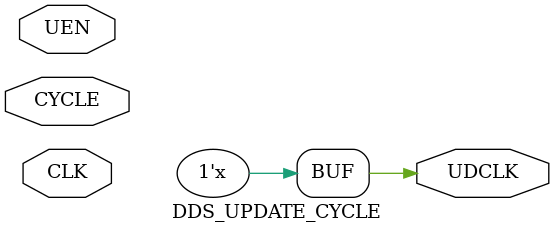
<source format=v>
module DDS_CONFIG(CEN,CLK,F1H,F1L,F2H,F2L,MODE,DFW,RAMPRATE,AOUT,DOUT,READY,RESET,WRITE);
	//控制信号
	input		CEN;
	input 	CLK; 
	
	//传入参数
	input    [15:0]F1H;
	input    [31:0]F1L;
	input    [15:0]F2H;
	input    [31:0]F2L;
	input 	[2:0]MODE; 
	input 	[47:0]DFW;
	input		[19:0]RAMPRATE;
	
	//输出信号
	output   WRITE;
	output	[4:0]AOUT;
	output	[7:0]DOUT;	
	output   RESET;
	output	READY;
	
	reg		READY;
	reg		COUNTEREN;
	reg 		RESET;
	reg		[15:0]FTW1H;
	reg		[31:0]FTW1L;
	reg		[15:0]FTW2H;
	reg		[31:0]FTW2L;
	reg      [7:0]DOUT;
	reg      [4:0]AOUT;
	reg		[6:0]STEP;
	reg		WREN;
	reg		WRITE;
	
	always @(posedge CLK)
	begin
	  if((CEN==1&&COUNTEREN==1)||(CEN==0&&COUNTEREN==1))
	  begin
		case(STEP)
		0:
			begin
				READY=0;
				COUNTEREN=1'b1;
				WRITE=0;										//初始化并口写入信号
				//FSKDATA=0;									//初始化频移信号
				WREN=1;										//启动并口写入信号刷新
				//UDCLK=0;									//初始化更新时钟
				FTW1H=F1H;									//获取频率控制字1高16位
				FTW1L=F1L;									//获取频率控制字1低32位
				if(MODE!=3'B000)							//如果为扫频模式
				begin
				FTW2H=F2H;									//获取频率控制字2高16位
				FTW2L=F2L;									//获取频率控制字2低32位				
				end
				RESET=1'b1;									//启动初始化重启信号
			end
		1:
			begin
				RESET=0;										//结束初始化重启信号
				AOUT=5'H1F;		
				DOUT={1'b0,MODE,1'b0,1'b0,1'b0,1'b0};//设置模式=外部时钟更新,设置模式,非三角波输出
			end
		4:
			begin
				AOUT=5'H09;		
				DOUT=FTW1L[7:0];							//频率控制字1低位-0~7位	
			end
		7:
			begin
				AOUT=5'H08;		
				DOUT=FTW1L[15:8];							//频率控制字1低位-8~15位				
			end
		10:
			begin
				AOUT=5'H07;		
				DOUT=FTW1L[23:16];  						//频率控制字1低位-16~23位								
			end
		13:
			begin
				AOUT=5'H06;		
				DOUT=FTW1L[31:24];  						//频率控制字1低位-24~31位					
			end
		16:
			begin
				AOUT=5'H05;		
				DOUT=FTW1H[7:0];  						//频率控制字1高位-32~39位								
			end
		19:
			begin
				AOUT=5'H04;		
				DOUT=FTW1H[15:8];  						//频率控制字1高位-40~47位		
			end
		21:
			begin
				if(MODE!=3'B000)							//如果为扫频模式
				begin
				AOUT=5'H0F;		
				DOUT=FTW2L[7:0];							//频率控制字2低位-0~7位
				end	
			else
				begin
				//UDCLK=1;									//否则启动更新时钟
				AOUT=0;
				DOUT=0;
				COUNTEREN=0;
				WREN=0;										//禁止并口写入信号
				end
			end
		24:
			begin
				if(MODE!=3'B000)
				begin
				AOUT=5'H0E;		
				DOUT=FTW2L[15:8];							//频率控制字2低位-8~15位
				end
			end
		27:
			begin
				if(MODE!=3'B000)
				begin
				AOUT=5'H0D;		
				DOUT=FTW2L[23:16];  						//频率控制字2低位-16~23位
				end
			end
		30:
			begin
				if(MODE!=3'B000)
				begin
				AOUT=5'H0C;		
				DOUT=FTW2L[31:24];  						//频率控制字2低位-24~31位
				end
			end
		33:
			begin
				if(MODE!=3'B000)
				begin
				AOUT=5'H0B;		
				DOUT=FTW2H[7:0];  						//频率控制字2高位-32~39位								
				end
			end
		36:
			begin
				if(MODE!=3'B000)
				begin
				AOUT=5'H0A;		
				DOUT=FTW2H[15:8];  						//频率控制字2低位-40~47位
				end
			end
		39:
			begin
			case(MODE)
			3'b001:											//非连续扫频
				begin
				READY=1;									//启动更新时钟
				WREN=0;										//否则禁止并口写入信号	
				end
			3'b010:											//连续扫频模式
				begin
				AOUT=5'H15;		
				DOUT=DFW[7:0];								//阶越扫频模式-阶越大小控制字
				end
			3'b011:
				begin
				end
			endcase
			end
		42:
			begin
			case(MODE)
			3'b010:
				begin
				AOUT=5'H14;		
				DOUT=DFW[15:8];							//阶越扫频模式-阶越大小控制字
				end
			3'b011:
				begin
				end
			endcase
			end
		45:
			begin
			case(MODE)
			3'b010:
				begin
				AOUT=5'H13;		
				DOUT=DFW[23:16];							//阶越扫频模式-阶越大小控制字
				end
			3'b011:
				begin
				end
			endcase
			end
		48:
			begin
			case(MODE)
			3'b010:
				begin
				AOUT=5'H12;		
				DOUT=DFW[31:24];							//阶越扫频模式-阶越大小控制字
				end
			3'b011:
				begin
				end
			endcase
			end
		51:
			begin
			case(MODE)
			3'b010:
				begin
				AOUT=5'H11;		
				DOUT=DFW[39:32];							//阶越扫频模式-阶越大小控制字
				end
			3'b011:
				begin
				end
			endcase
			end
		54:
			begin
			case(MODE)
			3'b010:
				begin
				AOUT=5'H10;		
				DOUT=DFW[47:40];							//阶越扫频模式-阶越大小控制字
				end
			3'b011:
				begin
				end
			endcase
			end
		57:
			begin
			case(MODE)
			3'b010:
				begin
				AOUT=5'H1C;		
				DOUT=RAMPRATE[7:0];						//阶越扫频模式-阶越频率
				end
			3'b011:
				begin
				end
			endcase
			end
		60:
			begin
			case(MODE)
			3'b010:
				begin
				AOUT=5'H1B;		
				DOUT=RAMPRATE[15:8];						//阶越扫频模式-阶越频率
				end
			3'b011:
				begin
				end
			endcase
			end
		63:
			begin
			case(MODE)
			3'b010:
				begin
				AOUT=5'H1A;		
				DOUT=RAMPRATE[19:16];					//阶越扫频模式-阶越频率
				end
			3'b011:
				begin
				end			
			endcase
			end
		66:
			begin
			READY=1;
			end
		default:
			begin
			if(WREN==1)
			WRITE=~WRITE;									//跳变并口写入信号,进行数据刷新
			else
			WRITE=0;
			end
		endcase
		if((COUNTEREN==1&&CEN==1)||(COUNTEREN==1&&CEN==0))
			begin
			STEP=STEP+1'b1;
		   end
		else
			begin
			COUNTEREN=0;
			STEP=7'b0;
			READY=0;
			WRITE=0;
		end
	end
	else
	   begin
		COUNTEREN=CEN;
	   STEP=7'b0;
		READY=0;
	   end 
	end 
endmodule

module DDS_UPDATE_CYCLE(CLK,CYCLE,UEN,UDCLK);
	input 	UEN;
	input		CLK;
	input		[31:0]CYCLE;
	
	reg		[31:0]CYCLEREG;
	output 	UDCLK;
	reg		UDCLK;
	
	always@(CLK)
	begin
		if(UEN)
		begin
			if(CYCLEREG==0)
				begin
				CYCLEREG=CYCLE;
				end
			else
				begin
				UDCLK=~UDCLK;
				CYCLEREG=CYCLEREG-1;
				end
		end
	end
endmodule
</source>
